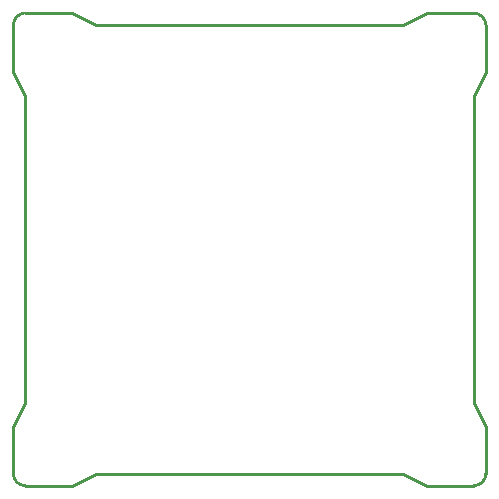
<source format=gm1>
%TF.GenerationSoftware,KiCad,Pcbnew,(6.0.6)*%
%TF.CreationDate,2022-07-08T12:19:54+02:00*%
%TF.ProjectId,low_freq_board,6c6f775f-6672-4657-915f-626f6172642e,rev?*%
%TF.SameCoordinates,Original*%
%TF.FileFunction,Profile,NP*%
%FSLAX46Y46*%
G04 Gerber Fmt 4.6, Leading zero omitted, Abs format (unit mm)*
G04 Created by KiCad (PCBNEW (6.0.6)) date 2022-07-08 12:19:54*
%MOMM*%
%LPD*%
G01*
G04 APERTURE LIST*
%TA.AperFunction,Profile*%
%ADD10C,0.250000*%
%TD*%
G04 APERTURE END LIST*
D10*
X118000000Y-52000000D02*
X116000000Y-53001000D01*
X122000000Y-52000000D02*
X118000000Y-52000000D01*
X123000001Y-53000209D02*
G75*
G03*
X122000000Y-52000000I-1000105J104D01*
G01*
X123000000Y-57000000D02*
X123000000Y-53000209D01*
X84000000Y-59000000D02*
X83000000Y-57000000D01*
X84001000Y-52000000D02*
G75*
G03*
X83000000Y-53000000I-1372J-999627D01*
G01*
X84001000Y-52000000D02*
X88001000Y-52000000D01*
X83000000Y-53000000D02*
X83000000Y-57000000D01*
X100854000Y-53001000D02*
X103000000Y-53001000D01*
X123000000Y-87000000D02*
X123000000Y-91000000D01*
X103000000Y-53001000D02*
X116000000Y-53001000D01*
X90000000Y-53001000D02*
X100854000Y-53001000D01*
X123000000Y-57000000D02*
X122000000Y-59000000D01*
X116000000Y-91000000D02*
X118000000Y-92000000D01*
X84000000Y-85000000D02*
X84000000Y-59000000D01*
X90000000Y-91000000D02*
X88000000Y-92000000D01*
X88001000Y-52000000D02*
X90000000Y-53001000D01*
X83000000Y-87000000D02*
X84000000Y-85000000D01*
X88000000Y-92000000D02*
X84000000Y-92000000D01*
X83000000Y-91000000D02*
G75*
G03*
X84000000Y-92000000I1000000J0D01*
G01*
X118000000Y-92000000D02*
X122000000Y-92000000D01*
X122000000Y-85000000D02*
X123000000Y-87000000D01*
X122000000Y-59000000D02*
X122000000Y-85000000D01*
X116000000Y-91000000D02*
X90000000Y-91000000D01*
X122000000Y-92000000D02*
G75*
G03*
X123000000Y-91000000I0J1000000D01*
G01*
X83000000Y-91000000D02*
X83000000Y-87000000D01*
M02*

</source>
